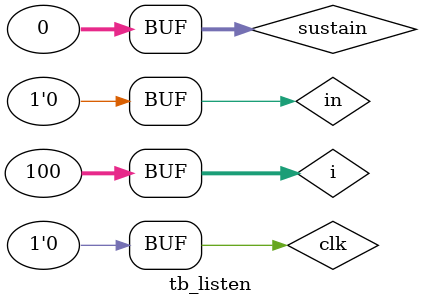
<source format=v>
`timescale 1ns / 1ps


module tb_listen(

    );
    
    reg in, clk;
    wire out;
    integer i, sustain;
    
    initial
    begin
        clk = 0;
        in = 0;
        i = 0;
        sustain = 0;
        
        for (i = 0; i < 100; i = i+1)
        begin
            if (i % 17 == 0)
            begin
                in = 1;
                sustain = 4;
            end
            else if (sustain != 0)
            begin
                in = 1;
                sustain = sustain - 1;
            end
            else
            begin
                in = 0;
            end
            
            clk = !clk;
            #5;
        end
    end
    
    
    listen lis_tb (.clk(clk), .raw_signal(in), .out_pulse(out));
    
    
endmodule

</source>
